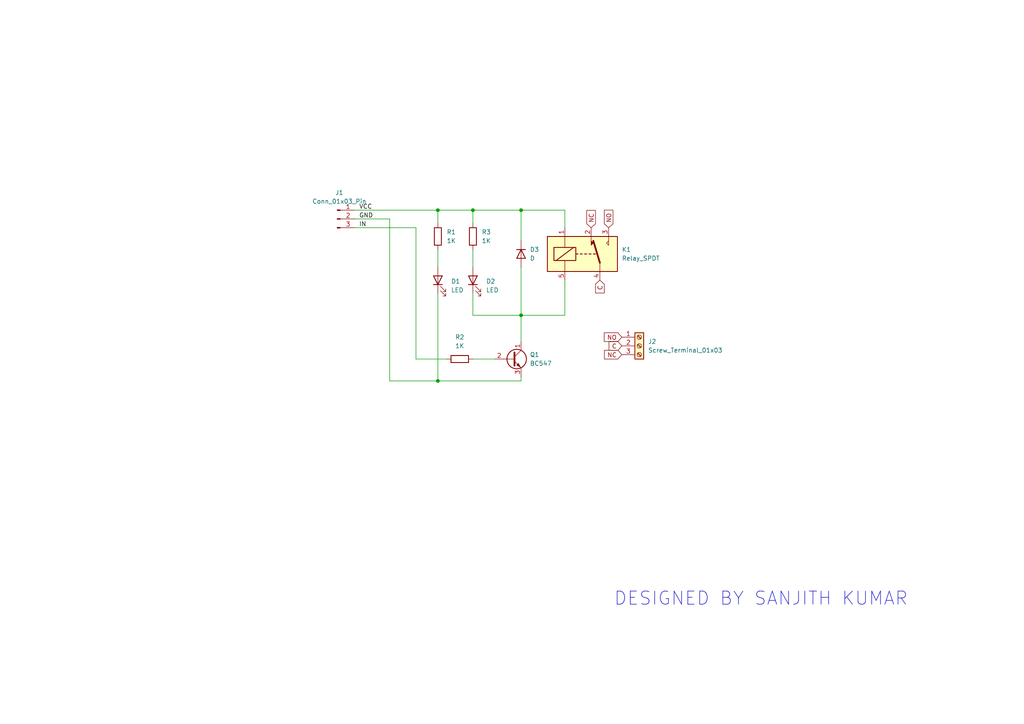
<source format=kicad_sch>
(kicad_sch (version 20250114) (generator "eeschema") (generator_version "9.0")
  (paper "A4")
  (title_block (title "5V RELAY_MODULE") (date "2025-10-31"))
  (lib_symbols
    (symbol "Connector:Conn_01x03_Pin" (pin_names (offset 1.016) (hide yes))
      (property "Reference" "J" (at 0 5.08 0))
      (property "Value" "Conn_01x03_Pin" (at 0 -5.08 0))
      (symbol "Conn_01x03_Pin_1_1"
        (rectangle (start 0.8636 2.667) (end 0 2.413) (stroke (width 0.1524)) (fill (type outline)))
        (rectangle (start 0.8636 0.127) (end 0 -0.127) (stroke (width 0.1524)) (fill (type outline)))
        (rectangle (start 0.8636 -2.413) (end 0 -2.667) (stroke (width 0.1524)) (fill (type outline)))
        (polyline (pts (xy 1.27 2.54) (xy 0.8636 2.54)) (stroke (width 0.1524)))
        (polyline (pts (xy 1.27 0) (xy 0.8636 0)) (stroke (width 0.1524)))
        (polyline (pts (xy 1.27 -2.54) (xy 0.8636 -2.54)) (stroke (width 0.1524)))
        (pin passive line (at 5.08 2.54 180) (length 3.81) (name "Pin_1") (number "1"))
        (pin passive line (at 5.08 0 180) (length 3.81) (name "Pin_2") (number "2"))
        (pin passive line (at 5.08 -2.54 180) (length 3.81) (name "Pin_3") (number "3"))
      )
    )
    (symbol "Connector:Screw_Terminal_01x03" (pin_names (offset 1.016) (hide yes))
      (property "Reference" "J" (at 0 5.08 0))
      (property "Value" "Screw_Terminal_01x03" (at 0 -5.08 0))
      (symbol "Screw_Terminal_01x03_1_1"
        (rectangle (start -1.27 3.81) (end 1.27 -3.81) (stroke (width 0.254)) (fill (type background)))
        (polyline (pts (xy -0.5334 2.8702) (xy 0.3302 2.032)) (stroke (width 0.1524)))
        (polyline (pts (xy -0.5334 0.3302) (xy 0.3302 -0.508)) (stroke (width 0.1524)))
        (polyline (pts (xy -0.5334 -2.2098) (xy 0.3302 -3.048)) (stroke (width 0.1524)))
        (polyline (pts (xy -0.3556 3.048) (xy 0.508 2.2098)) (stroke (width 0.1524)))
        (polyline (pts (xy -0.3556 0.508) (xy 0.508 -0.3302)) (stroke (width 0.1524)))
        (polyline (pts (xy -0.3556 -2.032) (xy 0.508 -2.8702)) (stroke (width 0.1524)))
        (circle (center 0 2.54) (radius 0.635) (stroke (width 0.1524)))
        (circle (center 0 0) (radius 0.635) (stroke (width 0.1524)))
        (circle (center 0 -2.54) (radius 0.635) (stroke (width 0.1524)))
        (pin passive line (at -5.08 2.54 0) (length 3.81) (name "Pin_1") (number "1"))
        (pin passive line (at -5.08 0 0) (length 3.81) (name "Pin_2") (number "2"))
        (pin passive line (at -5.08 -2.54 0) (length 3.81) (name "Pin_3") (number "3"))
      )
    )
    (symbol "Device:D" (pin_numbers (hide yes)) (pin_names (offset 1.016) (hide yes))
      (property "Reference" "D" (at 0 2.54 0))
      (property "Value" "D" (at 0 -2.54 0))
      (symbol "D_0_1"
        (polyline (pts (xy -1.27 1.27) (xy -1.27 -1.27)) (stroke (width 0.254)))
        (polyline (pts (xy 1.27 1.27) (xy 1.27 -1.27) (xy -1.27 0) (xy 1.27 1.27)) (stroke (width 0.254)))
        (polyline (pts (xy 1.27 0) (xy -1.27 0)))
      )
      (symbol "D_1_1"
        (pin passive line (at -3.81 0 0) (length 2.54) (name "K") (number "1"))
        (pin passive line (at 3.81 0 180) (length 2.54) (name "A") (number "2"))
      )
    )
    (symbol "Device:LED" (pin_numbers (hide yes)) (pin_names (offset 1.016) (hide yes))
      (property "Reference" "D" (at 0 2.54 0))
      (property "Value" "LED" (at 0 -2.54 0))
      (symbol "LED_0_1"
        (polyline (pts (xy -3.048 -0.762) (xy -4.572 -2.286) (xy -3.81 -2.286) (xy -4.572 -2.286) (xy -4.572 -1.524)))
        (polyline (pts (xy -1.778 -0.762) (xy -3.302 -2.286) (xy -2.54 -2.286) (xy -3.302 -2.286) (xy -3.302 -1.524)))
        (polyline (pts (xy -1.27 0) (xy 1.27 0)))
        (polyline (pts (xy -1.27 -1.27) (xy -1.27 1.27)) (stroke (width 0.254)))
        (polyline (pts (xy 1.27 -1.27) (xy 1.27 1.27) (xy -1.27 0) (xy 1.27 -1.27)) (stroke (width 0.254)))
      )
      (symbol "LED_1_1"
        (pin passive line (at -3.81 0 0) (length 2.54) (name "K") (number "1"))
        (pin passive line (at 3.81 0 180) (length 2.54) (name "A") (number "2"))
      )
    )
    (symbol "Device:R" (pin_numbers (hide yes)) (pin_names (offset 0))
      (property "Reference" "R" (at 2.032 0 90))
      (property "Value" "R" (at 0 0 90))
      (symbol "R_0_1"
        (rectangle (start -1.016 -2.54) (end 1.016 2.54) (stroke (width 0.254)))
      )
      (symbol "R_1_1"
        (pin passive line (at 0 3.81 270) (length 1.27) (name "~") (number "1"))
        (pin passive line (at 0 -3.81 90) (length 1.27) (name "~") (number "2"))
      )
    )
    (symbol "Relay:Relay_SPDT"
      (property "Reference" "K1" (at 11.43 1.2701 0))
      (property "Value" "Relay_SPDT" (at 11.43 -1.2699 0))
      (symbol "Relay_SPDT_0_0"
        (polyline (pts (xy 7.62 5.08) (xy 7.62 2.54) (xy 6.985 3.175) (xy 7.62 3.81)))
      )
      (symbol "Relay_SPDT_0_1"
        (rectangle (start -10.16 5.08) (end 10.16 -5.08) (stroke (width 0.254)) (fill (type background)))
        (rectangle (start -8.255 1.905) (end -1.905 -1.905) (stroke (width 0.254)))
        (polyline (pts (xy -7.62 -1.905) (xy -2.54 1.905)) (stroke (width 0.254)))
        (polyline (pts (xy -5.08 5.08) (xy -5.08 1.905)))
        (polyline (pts (xy -5.08 -5.08) (xy -5.08 -1.905)))
        (polyline (pts (xy -1.905 0) (xy -1.27 0)) (stroke (width 0.254)))
        (polyline (pts (xy -0.635 0) (xy 0 0)) (stroke (width 0.254)))
        (polyline (pts (xy 0.635 0) (xy 1.27 0)) (stroke (width 0.254)))
        (polyline (pts (xy 1.905 0) (xy 2.54 0)) (stroke (width 0.254)))
        (polyline (pts (xy 2.54 5.08) (xy 2.54 2.54) (xy 3.175 3.175) (xy 2.54 3.81)) (fill (type outline)))
        (polyline (pts (xy 3.175 0) (xy 3.81 0)) (stroke (width 0.254)))
        (polyline (pts (xy 5.08 -2.54) (xy 3.175 3.81)) (stroke (width 0.508)))
        (polyline (pts (xy 5.08 -2.54) (xy 5.08 -5.08)))
      )
      (symbol "Relay_SPDT_1_1"
        (pin passive line (at -5.08 7.62 270) (length 2.54) (name "~") (number "1"))
        (pin passive line (at -5.08 -7.62 90) (length 2.54) (name "~") (number "5"))
        (pin passive line (at 2.54 7.62 270) (length 2.54) (name "~") (number "2"))
        (pin passive line (at 5.08 -7.62 90) (length 2.54) (name "~") (number "4"))
        (pin passive line (at 7.62 7.62 270) (length 2.54) (name "~") (number "3"))
      )
    )
    (symbol "Transistor_BJT:BC547" (pin_names (offset 0) (hide yes))
      (property "Reference" "Q" (at 5.08 1.905 0))
      (property "Value" "BC547" (at 5.08 0 0))
      (symbol "BC547_0_1"
        (polyline (pts (xy -2.54 0) (xy 0.635 0)))
        (polyline (pts (xy 0.635 1.905) (xy 0.635 -1.905)) (stroke (width 0.508)))
        (circle (center 1.27 0) (radius 2.8194) (stroke (width 0.254)))
      )
      (symbol "BC547_1_1"
        (polyline (pts (xy 0.635 0.635) (xy 2.54 2.54)))
        (polyline (pts (xy 0.635 -0.635) (xy 2.54 -2.54)))
        (polyline (pts (xy 1.27 -1.778) (xy 1.778 -1.27) (xy 2.286 -2.286) (xy 1.27 -1.778)) (fill (type outline)))
        (pin input line (at -5.08 0 0) (length 2.54) (name "B") (number "2"))
        (pin passive line (at 2.54 5.08 270) (length 2.54) (name "C") (number "1"))
        (pin passive line (at 2.54 -5.08 90) (length 2.54) (name "E") (number "3"))
      )
    )
  )
  (text "DESIGNED BY SANJITH KUMAR" (at 220.726 173.736 0) (effects (font (size 3.81 3.81))))
  (junction (at 151.13 91.44))
  (junction (at 137.16 60.96))
  (junction (at 151.13 60.96))
  (junction (at 127 60.96))
  (junction (at 127 110.49))
  (wire (pts (xy 151.13 91.44) (xy 151.13 99.06)))
  (wire (pts (xy 127 85.09) (xy 127 110.49)))
  (wire (pts (xy 163.83 66.04) (xy 163.83 60.96)))
  (wire (pts (xy 127 72.39) (xy 127 77.47)))
  (wire (pts (xy 151.13 109.22) (xy 151.13 110.49)))
  (wire (pts (xy 127 60.96) (xy 127 64.77)))
  (wire (pts (xy 113.03 110.49) (xy 113.03 63.5)))
  (wire (pts (xy 151.13 60.96) (xy 163.83 60.96)))
  (wire (pts (xy 102.87 66.04) (xy 120.65 66.04)))
  (wire (pts (xy 137.16 60.96) (xy 151.13 60.96)))
  (wire (pts (xy 137.16 60.96) (xy 137.16 64.77)))
  (wire (pts (xy 127 110.49) (xy 113.03 110.49)))
  (wire (pts (xy 120.65 104.14) (xy 129.54 104.14)))
  (wire (pts (xy 163.83 81.28) (xy 163.83 91.44)))
  (wire (pts (xy 137.16 72.39) (xy 137.16 77.47)))
  (wire (pts (xy 151.13 69.85) (xy 151.13 60.96)))
  (wire (pts (xy 102.87 60.96) (xy 127 60.96)))
  (wire (pts (xy 137.16 91.44) (xy 151.13 91.44)))
  (wire (pts (xy 137.16 85.09) (xy 137.16 91.44)))
  (wire (pts (xy 151.13 77.47) (xy 151.13 91.44)))
  (wire (pts (xy 127 60.96) (xy 137.16 60.96)))
  (wire (pts (xy 113.03 63.5) (xy 102.87 63.5)))
  (wire (pts (xy 163.83 91.44) (xy 151.13 91.44)))
  (wire (pts (xy 151.13 110.49) (xy 127 110.49)))
  (wire (pts (xy 120.65 66.04) (xy 120.65 104.14)))
  (wire (pts (xy 137.16 104.14) (xy 143.51 104.14)))
  (label "VCC" (at 104.14 60.96 0))
  (label "IN" (at 104.14 66.04 0))
  (label "GND" (at 104.14 63.5 0))
  (global_label "C" (shape input) (at 180.34 100.33 180) (property "Intersheetrefs" "${INTERSHEET_REFS}" (effects (hide yes))))
  (global_label "C" (shape input) (at 173.99 81.28 270) (property "Intersheetrefs" "${INTERSHEET_REFS}" (effects (hide yes))))
  (global_label "NO" (shape input) (at 180.34 97.79 180) (property "Intersheetrefs" "${INTERSHEET_REFS}" (effects (hide yes))))
  (global_label "NC" (shape input) (at 180.34 102.87 180) (property "Intersheetrefs" "${INTERSHEET_REFS}" (effects (hide yes))))
  (global_label "NO" (shape input) (at 176.53 66.04 90) (property "Intersheetrefs" "${INTERSHEET_REFS}" (effects (hide yes))))
  (global_label "NC" (shape input) (at 171.45 66.04 90) (property "Intersheetrefs" "${INTERSHEET_REFS}" (effects (hide yes))))
  (symbol (lib_id "Device:D") (at 151.13 73.66 270) (unit 1)
    (property "Reference" "D3" (at 153.67 72.3899 90) (effects (justify left)))
    (property "Value" "D" (at 153.67 74.9299 90) (effects (justify left)))
    (property "Footprint" "Diode_THT:D_DO-41_SOD81_P10.16mm_Horizontal" (effects (hide yes)))
    (property "Description" "Diode" (effects (hide yes)))
    (property "Sim.Device" "D" (effects (hide yes)))
    (property "Sim.Pins" "1=K 2=A" (effects (hide yes)))
  )
  (symbol (lib_id "Relay:Relay_SPDT") (at 168.91 73.66 0) (unit 1)
    (property "Reference" "K1" (at 180.34 72.3899 0) (effects (justify left)))
    (property "Value" "Relay_SPDT" (at 180.34 74.9299 0) (effects (justify left)))
    (property "Footprint" "Relay_THT:Relay_SPDT_SANYOU_SRD_Series_Form_C" (effects (hide yes)))
    (property "Description" "Relay SPDT, monostable, EN50005" (effects (hide yes)))
  )
  (symbol (lib_id "Device:LED") (at 137.16 81.28 90) (unit 1)
    (property "Reference" "D2" (at 140.97 81.5974 90) (effects (justify right)))
    (property "Value" "LED" (at 140.97 84.1374 90) (effects (justify right)))
    (property "Footprint" "LED_THT:LED_D3.0mm" (effects (hide yes)))
    (property "Description" "Light emitting diode" (effects (hide yes)))
    (property "Sim.Pins" "1=K 2=A" (effects (hide yes)))
  )
  (symbol (lib_id "Transistor_BJT:BC547") (at 148.59 104.14 0) (unit 1)
    (property "Reference" "Q1" (at 153.67 102.8699 0) (effects (justify left)))
    (property "Value" "BC547" (at 153.67 105.4099 0) (effects (justify left)))
    (property "Footprint" "Package_TO_SOT_THT:TO-92_Inline" (effects (hide yes)))
    (property "Datasheet" "https://www.onsemi.com/pub/Collateral/BC550-D.pdf" (effects (hide yes)))
    (property "Description" "0.1A Ic, 45V Vce, Small Signal NPN Transistor, TO-92" (effects (hide yes)))
  )
  (symbol (lib_id "Connector:Screw_Terminal_01x03") (at 185.42 100.33 0) (unit 1)
    (property "Reference" "J2" (at 187.96 99.0599 0) (effects (justify left)))
    (property "Value" "Screw_Terminal_01x03" (at 187.96 101.5999 0) (effects (justify left)))
    (property "Footprint" "1714735:PHOENIX_1714735" (effects (hide yes)))
    (property "Description" "Generic screw terminal, single row, 01x03, script generated (kicad-library-utils/schlib/autogen/connector/)" (effects (hide yes)))
  )
  (symbol (lib_id "Device:R") (at 133.35 104.14 90) (unit 1)
    (property "Reference" "R2" (at 133.35 97.79 90))
    (property "Value" "1K" (at 133.35 100.33 90))
    (property "Footprint" "Resistor_THT:R_Axial_DIN0207_L6.3mm_D2.5mm_P10.16mm_Horizontal" (effects (hide yes)))
    (property "Description" "Resistor" (effects (hide yes)))
  )
  (symbol (lib_id "Device:R") (at 137.16 68.58 0) (unit 1)
    (property "Reference" "R3" (at 139.7 67.3099 0) (effects (justify left)))
    (property "Value" "1K" (at 139.7 69.8499 0) (effects (justify left)))
    (property "Footprint" "Resistor_THT:R_Axial_DIN0207_L6.3mm_D2.5mm_P10.16mm_Horizontal" (effects (hide yes)))
    (property "Description" "Resistor" (effects (hide yes)))
  )
  (symbol (lib_id "Device:R") (at 127 68.58 0) (unit 1)
    (property "Reference" "R1" (at 129.54 67.3099 0) (effects (justify left)))
    (property "Value" "1K" (at 129.54 69.8499 0) (effects (justify left)))
    (property "Footprint" "Resistor_THT:R_Axial_DIN0207_L6.3mm_D2.5mm_P10.16mm_Horizontal" (effects (hide yes)))
    (property "Description" "Resistor" (effects (hide yes)))
  )
  (symbol (lib_id "Connector:Conn_01x03_Pin") (at 97.79 63.5 0) (unit 1)
    (property "Reference" "J1" (at 98.425 55.88 0))
    (property "Value" "Conn_01x03_Pin" (at 98.425 58.42 0))
    (property "Footprint" "Connector_PinHeader_2.54mm:PinHeader_1x03_P2.54mm_Vertical" (effects (hide yes)))
    (property "Description" "Generic connector, single row, 01x03, script generated" (effects (hide yes)))
  )
  (symbol (lib_id "Device:LED") (at 127 81.28 90) (unit 1)
    (property "Reference" "D1" (at 130.81 81.5974 90) (effects (justify right)))
    (property "Value" "LED" (at 130.81 84.1374 90) (effects (justify right)))
    (property "Footprint" "LED_THT:LED_D3.0mm" (effects (hide yes)))
    (property "Description" "Light emitting diode" (effects (hide yes)))
    (property "Sim.Pins" "1=K 2=A" (effects (hide yes)))
  )
)
</source>
